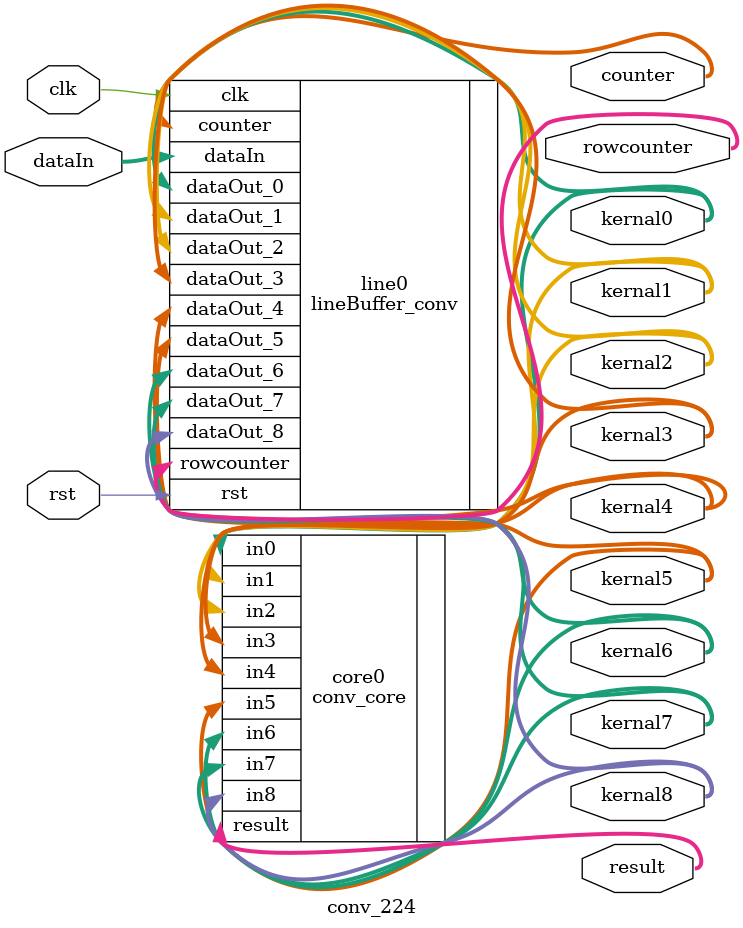
<source format=v>
`timescale 1ns / 1ps


module conv_224(
    kernal0,
    kernal1,
    kernal2,
    kernal3,
    kernal4,
    kernal5,
    kernal6,
    kernal7,
    kernal8,
    result,
    counter,
    rowcounter,
    rst,
    clk,
    dataIn
    );
    
    input wire [31:0] dataIn;
    input wire clk, rst;
    output wire [31:0] result;
    output wire [9:0] counter;
    output wire [7:0] rowcounter;
    output wire [31:0] kernal0,
                    kernal1,
                    kernal2,
                    kernal3,
                    kernal4,
                    kernal5,
                    kernal6,
                    kernal7,
                    kernal8;
                   
lineBuffer_conv line0(
    .dataOut_0(kernal0),
    .dataOut_1(kernal1),
    .dataOut_2(kernal2),
    .dataOut_3(kernal3),
    .dataOut_4(kernal4),
    .dataOut_5(kernal5),
    .dataOut_6(kernal6),
    .dataOut_7(kernal7),
    .dataOut_8(kernal8),
    .counter(counter),
    .rowcounter(rowcounter),
    .clk(clk),
    .rst(rst),
    .dataIn(dataIn)
    );
    
conv_core core0(
    .result(result),
    .in0(kernal0),
    .in1(kernal1),
    .in2(kernal2),
    .in3(kernal3),
    .in4(kernal4),
    .in5(kernal5),
    .in6(kernal6),
    .in7(kernal7),
    .in8(kernal8)
    );

endmodule

</source>
